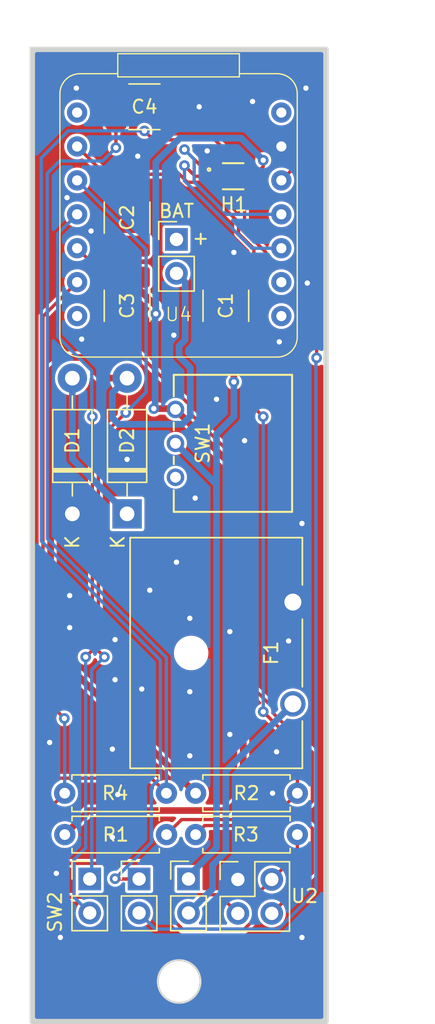
<source format=kicad_pcb>
(kicad_pcb (version 20221018) (generator pcbnew)
  (layers (0 "F.Cu" signal) (31 "B.Cu" signal) (34 "B.Paste" user) (35 "F.Paste" user) (36 "B.SilkS" user "B.Silkscreen") (37 "F.SilkS" user "F.Silkscreen") (38 "B.Mask" user) (39 "F.Mask" user) (44 "Edge.Cuts" user))
  (net 0 "")
  (net 1 "Net-(B4-+)")
  (net 2 "Net-(B4--)")
  (net 3 "Net-(D1-K)")
  (net 4 "Net-(HBridge1-VDD)")
  (net 5 "Net-(D1-A)")
  (net 6 "Net-(D2-A)")
  (net 7 "Net-(HBridge1-Out1)")
  (net 8 "Net-(HBridge1-Out2)")
  (net 9 "Net-(U4-D0)")
  (net 10 "Net-(U2-VDD)")
  (net 11 "Net-(U2-SDA)")
  (net 12 "Net-(U2-SCL)")
  (net 14 "unconnected-(U4-D1-Pad2)")
  (net 15 "unconnected-(U4-D2-Pad3)")
  (net 16 "Net-(U4-D6)")
  (net 17 "Net-(U4-D7)")
  (net 18 "unconnected-(U4-D8-Pad9)")
  (net 19 "Net-(HBridge1-In1)")
  (footprint "Diode_THT:D_DO-41_SOD81_P10.16mm_Horizontal" (layer "F.Cu") (at 117.6 107.88 90)
    (fp_text reference "D1" (at 5.48 0 90) (layer "F.SilkS"))
    (fp_text value "Rectifier Diode")
    (fp_text user "K" (at -2.12 0 90) (layer "F.SilkS"))
    (fp_line (start 1.34 0) (end 2.36 0) (stroke (width 0.12)) (layer "F.SilkS"))
    (fp_line (start 2.36 -1.47) (end 2.36 1.47) (stroke (width 0.12)) (layer "F.SilkS"))
    (fp_line (start 2.36 1.47) (end 7.8 1.47) (stroke (width 0.12)) (layer "F.SilkS"))
    (fp_line (start 3.14 -1.47) (end 3.14 1.47) (stroke (width 0.12)) (layer "F.SilkS"))
    (fp_line (start 3.26 -1.47) (end 3.26 1.47) (stroke (width 0.12)) (layer "F.SilkS"))
    (fp_line (start 3.38 -1.47) (end 3.38 1.47) (stroke (width 0.12)) (layer "F.SilkS"))
    (fp_line (start 7.8 -1.47) (end 2.36 -1.47) (stroke (width 0.12)) (layer "F.SilkS"))
    (fp_line (start 7.8 1.47) (end 7.8 -1.47) (stroke (width 0.12)) (layer "F.SilkS"))
    (fp_line (start 8.82 0) (end 7.8 0) (stroke (width 0.12)) (layer "F.SilkS"))
    (pad "1" thru_hole rect (at 0 0 90) (size 2.2 2.2) (drill 1.1) (layers "*.Cu" "*.Mask") (net 3 "Net-(D1-K)"))
    (pad "2" thru_hole oval (at 10.16 0 90) (size 2.2 2.2) (drill 1.1) (layers "*.Cu" "*.Mask") (net 5 "Net-(D1-A)"))
  )
  (footprint "Connector_PinHeader_2.54mm:PinHeader_1x02_P2.54mm_Vertical" (layer "F.Cu") (at 118.9 135.225)
    (fp_text reference "SW2" (at -2.6 2.475 90) (layer "F.SilkS"))
    (fp_text value "Limit Switch")
    (fp_line (start -1.33 -1.33) (end 0 -1.33) (stroke (width 0.12)) (layer "F.SilkS"))
    (fp_line (start -1.33 0) (end -1.33 -1.33) (stroke (width 0.12)) (layer "F.SilkS"))
    (fp_line (start -1.33 1.27) (end -1.33 3.87) (stroke (width 0.12)) (layer "F.SilkS"))
    (fp_line (start -1.33 1.27) (end 1.33 1.27) (stroke (width 0.12)) (layer "F.SilkS"))
    (fp_line (start -1.33 3.87) (end 1.33 3.87) (stroke (width 0.12)) (layer "F.SilkS"))
    (fp_line (start 1.33 1.27) (end 1.33 3.87) (stroke (width 0.12)) (layer "F.SilkS"))
    (pad "1" thru_hole rect (at 0 0) (size 1.7 1.7) (drill 1) (layers "*.Cu" "*.Mask") (net 14 "unconnected-(U4-D1-Pad2)"))
    (pad "2" thru_hole oval (at 0 2.54) (size 1.7 1.7) (drill 1) (layers "*.Cu" "*.Mask") (net 15 "unconnected-(U4-D2-Pad3)"))
  )
  (footprint "NanoFloat Pressure Sensor:DRV8220DRLR" (layer "F.Cu") (at 129.6491 82.600001)
    (fp_text reference "H1" (at 0.0509 2.099999 unlocked) (layer "F.SilkS"))
    (fp_text value "~")
    (fp_line (start -0.7747 0.9779) (end 0.7747 0.9779) (stroke (width 0.1524)) (layer "F.SilkS"))
    (fp_line (start 0.7747 -0.9779) (end -0.7747 -0.9779) (stroke (width 0.1524)) (layer "F.SilkS"))
    (fp_circle (center -1.8081 -0.5) (end -1.7065 -0.5) (stroke (width 0.1524)) (fill none) (layer "F.SilkS"))
    (pad "1" smd rect (at -0.8509 -0.499999) (size 0.8128 0.2286) (layers "F.Cu" "F.Paste" "F.Mask") (net 19 "Net-(HBridge1-In1)"))
    (pad "2" smd rect (at -0.8509 0) (size 0.8128 0.2286) (layers "F.Cu" "F.Paste" "F.Mask") (net 18 "unconnected-(U4-D8-Pad9)"))
    (pad "3" smd rect (at -0.8509 0.499999) (size 0.8128 0.2286) (layers "F.Cu" "F.Paste" "F.Mask") (net 3 "Net-(D1-K)"))
    (pad "4" smd rect (at 0.8509 0.499999) (size 0.8128 0.2286) (layers "F.Cu" "F.Paste" "F.Mask") (net 8 "Net-(HBridge1-Out2)"))
    (pad "5" smd rect (at 0.8509 0) (size 0.8128 0.2286) (layers "F.Cu" "F.Paste" "F.Mask") (net 4 "Net-(HBridge1-VDD)"))
    (pad "6" smd rect (at 0.8509 -0.499999) (size 0.8128 0.2286) (layers "F.Cu" "F.Paste" "F.Mask") (net 7 "Net-(HBridge1-Out1)"))
  )
  (footprint "Capacitor_SMD:C_1812_4532Metric_Pad1.57x3.40mm_HandSolder" (layer "F.Cu") (at 121.7 85.7 90)
    (fp_text reference "C2" (at 0 0 90) (layer "F.SilkS"))
    (fp_text value "C_Small")
    (fp_line (start -1.161252 -1.71) (end 1.161252 -1.71) (stroke (width 0.12)) (layer "F.SilkS"))
    (fp_line (start -1.161252 1.71) (end 1.161252 1.71) (stroke (width 0.12)) (layer "F.SilkS"))
    (pad "1" smd roundrect (at -2.1375 0 90) (size 1.575 3.4) (layers "F.Cu" "F.Paste" "F.Mask") (roundrect_rratio 0.1587301587) (net 4 "Net-(HBridge1-VDD)"))
    (pad "2" smd roundrect (at 2.1375 0 90) (size 1.575 3.4) (layers "F.Cu" "F.Paste" "F.Mask") (roundrect_rratio 0.1587301587) (net 3 "Net-(D1-K)"))
  )
  (footprint "Capacitor_SMD:C_1812_4532Metric_Pad1.57x3.40mm_HandSolder" (layer "F.Cu") (at 129.1 92.3 90)
    (fp_text reference "C1" (at 0 0 90) (layer "F.SilkS"))
    (fp_text value "C_Small")
    (fp_line (start -1.161252 -1.71) (end 1.161252 -1.71) (stroke (width 0.12)) (layer "F.SilkS"))
    (fp_line (start -1.161252 1.71) (end 1.161252 1.71) (stroke (width 0.12)) (layer "F.SilkS"))
    (pad "1" smd roundrect (at -2.1375 0 90) (size 1.575 3.4) (layers "F.Cu" "F.Paste" "F.Mask") (roundrect_rratio 0.1587301587) (net 1 "Net-(B4-+)"))
    (pad "2" smd roundrect (at 2.1375 0 90) (size 1.575 3.4) (layers "F.Cu" "F.Paste" "F.Mask") (roundrect_rratio 0.1587301587) (net 3 "Net-(D1-K)"))
  )
  (footprint "Button_Switch_THT:SW_09.10290.01_EAO" (layer "F.Cu") (at 125.3249 102.6 90)
    (fp_text reference "SW1" (at 0 2.04 90 unlocked) (layer "F.SilkS"))
    (fp_text value "SW")
    (fp_line (start -5.1308 -0.127) (end -5.1308 8.7376) (stroke (width 0.1524)) (layer "F.SilkS"))
    (fp_line (start -5.1308 8.7376) (end 5.1308 8.7376) (stroke (width 0.1524)) (layer "F.SilkS"))
    (fp_line (start -3.524986 -0.127) (end -5.1308 -0.127) (stroke (width 0.1524)) (layer "F.SilkS"))
    (fp_line (start -0.984986 -0.127) (end -1.555014 -0.127) (stroke (width 0.1524)) (layer "F.SilkS"))
    (fp_line (start 1.555014 -0.127) (end 0.984986 -0.127) (stroke (width 0.1524)) (layer "F.SilkS"))
    (fp_line (start 5.1308 -0.127) (end 3.524986 -0.127) (stroke (width 0.1524)) (layer "F.SilkS"))
    (fp_line (start 5.1308 8.7376) (end 5.1308 -0.127) (stroke (width 0.1524)) (layer "F.SilkS"))
    (pad "1" thru_hole circle (at 0 0 90) (size 1.3208 1.3208) (drill 0.8128) (layers "*.Cu" "*.Mask") (net 1 "Net-(B4-+)"))
    (pad "2" thru_hole circle (at 2.54 0 90) (size 1.3208 1.3208) (drill 0.8128) (layers "*.Cu" "*.Mask") (net 4 "Net-(HBridge1-VDD)"))
    (pad "3" thru_hole circle (at -2.54 0 90) (size 1.3208 1.3208) (drill 0.8128) (layers "*.Cu" "*.Mask"))
  )
  (footprint "Connector_PinHeader_2.54mm:PinHeader_2x02_P2.54mm_Vertical" (layer "F.Cu") (at 130 135.26)
    (fp_text reference "U2" (at 5 1.24) (layer "F.SilkS"))
    (fp_text value "MS583730BA01-50")
    (fp_line (start -1.33 -1.33) (end 0 -1.33) (stroke (width 0.12)) (layer "F.SilkS"))
    (fp_line (start -1.33 0) (end -1.33 -1.33) (stroke (width 0.12)) (layer "F.SilkS"))
    (fp_line (start -1.33 1.27) (end -1.33 3.87) (stroke (width 0.12)) (layer "F.SilkS"))
    (fp_line (start -1.33 1.27) (end 1.27 1.27) (stroke (width 0.12)) (layer "F.SilkS"))
    (fp_line (start -1.33 3.87) (end 3.87 3.87) (stroke (width 0.12)) (layer "F.SilkS"))
    (fp_line (start 1.27 -1.33) (end 3.87 -1.33) (stroke (width 0.12)) (layer "F.SilkS"))
    (fp_line (start 1.27 1.27) (end 1.27 -1.33) (stroke (width 0.12)) (layer "F.SilkS"))
    (fp_line (start 3.87 -1.33) (end 3.87 3.87) (stroke (width 0.12)) (layer "F.SilkS"))
    (pad "1" thru_hole rect (at 0 0) (size 1.7 1.7) (drill 1) (layers "*.Cu" "*.Mask") (net 3 "Net-(D1-K)"))
    (pad "2" thru_hole oval (at 2.54 0) (size 1.7 1.7) (drill 1) (layers "*.Cu" "*.Mask") (net 10 "Net-(U2-VDD)"))
    (pad "3" thru_hole oval (at 0 2.54) (size 1.7 1.7) (drill 1) (layers "*.Cu" "*.Mask") (net 12 "Net-(U2-SCL)"))
    (pad "4" thru_hole oval (at 2.54 2.54) (size 1.7 1.7) (drill 1) (layers "*.Cu" "*.Mask") (net 11 "Net-(U2-SDA)"))
  )
  (footprint "Connector_PinHeader_2.54mm:PinHeader_1x02_P2.54mm_Vertical" (layer "F.Cu") (at 126.3 135.225)
    (fp_text reference "B4" hide)
    (fp_text value "1.5V")
    (fp_line (start -1.33 -1.33) (end 0 -1.33) (stroke (width 0.12)) (layer "F.SilkS"))
    (fp_line (start -1.33 0) (end -1.33 -1.33) (stroke (width 0.12)) (layer "F.SilkS"))
    (fp_line (start -1.33 1.27) (end -1.33 3.87) (stroke (width 0.12)) (layer "F.SilkS"))
    (fp_line (start -1.33 1.27) (end 1.33 1.27) (stroke (width 0.12)) (layer "F.SilkS"))
    (fp_line (start -1.33 3.87) (end 1.33 3.87) (stroke (width 0.12)) (layer "F.SilkS"))
    (fp_line (start 1.33 1.27) (end 1.33 3.87) (stroke (width 0.12)) (layer "F.SilkS"))
    (pad "1" thru_hole rect (at 0 0) (size 1.7 1.7) (drill 1) (layers "*.Cu" "*.Mask") (net 1 "Net-(B4-+)"))
    (pad "2" thru_hole oval (at 0 2.54) (size 1.7 1.7) (drill 1) (layers "*.Cu" "*.Mask") (net 2 "Net-(B4--)"))
  )
  (footprint "Resistor_THT:R_Axial_DIN0207_L6.3mm_D2.5mm_P7.62mm_Horizontal" (layer "F.Cu") (at 117.0251 128.8)
    (fp_text reference "R4" (at 3.7749 0) (layer "F.SilkS"))
    (fp_text value "10kOhm")
    (fp_line (start 0.54 -1.37) (end 7.08 -1.37) (stroke (width 0.12)) (layer "F.SilkS"))
    (fp_line (start 0.54 -1.04) (end 0.54 -1.37) (stroke (width 0.12)) (layer "F.SilkS"))
    (fp_line (start 0.54 1.04) (end 0.54 1.37) (stroke (width 0.12)) (layer "F.SilkS"))
    (fp_line (start 0.54 1.37) (end 7.08 1.37) (stroke (width 0.12)) (layer "F.SilkS"))
    (fp_line (start 7.08 -1.37) (end 7.08 -1.04) (stroke (width 0.12)) (layer "F.SilkS"))
    (fp_line (start 7.08 1.37) (end 7.08 1.04) (stroke (width 0.12)) (layer "F.SilkS"))
    (pad "1" thru_hole circle (at 0 0) (size 1.6 1.6) (drill 0.8) (layers "*.Cu" "*.Mask") (net 12 "Net-(U2-SCL)"))
    (pad "2" thru_hole oval (at 7.62 0) (size 1.6 1.6) (drill 0.8) (layers "*.Cu" "*.Mask") (net 10 "Net-(U2-VDD)"))
  )
  (footprint "Capacitor_SMD:C_1812_4532Metric_Pad1.57x3.40mm_HandSolder" (layer "F.Cu") (at 123 77.4)
    (fp_text reference "C4" (at 0 0) (layer "F.SilkS"))
    (fp_text value "C_Small")
    (fp_line (start -1.161252 -1.71) (end 1.161252 -1.71) (stroke (width 0.12)) (layer "F.SilkS"))
    (fp_line (start -1.161252 1.71) (end 1.161252 1.71) (stroke (width 0.12)) (layer "F.SilkS"))
    (pad "1" smd roundrect (at -2.1375 0) (size 1.575 3.4) (layers "F.Cu" "F.Paste" "F.Mask") (roundrect_rratio 0.1587301587) (net 10 "Net-(U2-VDD)"))
    (pad "2" smd roundrect (at 2.1375 0) (size 1.575 3.4) (layers "F.Cu" "F.Paste" "F.Mask") (roundrect_rratio 0.1587301587) (net 3 "Net-(D1-K)"))
  )
  (footprint "MINI-Fuse-Holder-H:FUSE_01530007Z" (layer "F.Cu") (at 126.5 118.3 -90)
    (fp_text reference "F1" (at 0 -6 90) (layer "F.SilkS"))
    (fp_text value "2A Fuse")
    (fp_line (start -8.636 -8.3312) (end -8.636 4.572) (stroke (width 0.127)) (layer "F.SilkS"))
    (fp_line (start -8.636 4.572) (end 8.636 4.572) (stroke (width 0.127)) (layer "F.SilkS"))
    (fp_line (start -5.1 -8.3312) (end -8.636 -8.3312) (stroke (width 0.127)) (layer "F.SilkS"))
    (fp_line (start 2.53 -8.3312) (end -2.53 -8.3312) (stroke (width 0.127)) (layer "F.SilkS"))
    (fp_line (start 8.636 -8.3312) (end 5.1 -8.3312) (stroke (width 0.127)) (layer "F.SilkS"))
    (fp_line (start 8.636 4.572) (end 8.636 -8.3312) (stroke (width 0.127)) (layer "F.SilkS"))
    (pad "" np_thru_hole circle (at 0 0 270) (size 2.0828 2.0828) (drill 2.0828) (layers "*.Cu" "*.Mask"))
    (pad "1" thru_hole circle (at -3.81 -7.62 270) (size 1.905 1.905) (drill 1.27) (layers "*.Cu" "*.Mask") (net 3 "Net-(D1-K)"))
    (pad "2" thru_hole circle (at 3.81 -7.62 270) (size 1.905 1.905) (drill 1.27) (layers "*.Cu" "*.Mask") (net 2 "Net-(B4--)"))
  )
  (footprint "Resistor_THT:R_Axial_DIN0207_L6.3mm_D2.5mm_P7.62mm_Horizontal" (layer "F.Cu") (at 126.8351 128.8)
    (fp_text reference "R2" (at 3.81 0) (layer "F.SilkS"))
    (fp_text value "220kOhm")
    (fp_line (start 0.54 -1.37) (end 7.08 -1.37) (stroke (width 0.12)) (layer "F.SilkS"))
    (fp_line (start 0.54 -1.04) (end 0.54 -1.37) (stroke (width 0.12)) (layer "F.SilkS"))
    (fp_line (start 0.54 1.04) (end 0.54 1.37) (stroke (width 0.12)) (layer "F.SilkS"))
    (fp_line (start 0.54 1.37) (end 7.08 1.37) (stroke (width 0.12)) (layer "F.SilkS"))
    (fp_line (start 7.08 -1.37) (end 7.08 -1.04) (stroke (width 0.12)) (layer "F.SilkS"))
    (fp_line (start 7.08 1.37) (end 7.08 1.04) (stroke (width 0.12)) (layer "F.SilkS"))
    (pad "1" thru_hole circle (at 0 0) (size 1.6 1.6) (drill 0.8) (layers "*.Cu" "*.Mask") (net 6 "Net-(D2-A)"))
    (pad "2" thru_hole oval (at 7.62 0) (size 1.6 1.6) (drill 0.8) (layers "*.Cu" "*.Mask") (net 9 "Net-(U4-D0)"))
  )
  (footprint "Connector_PinHeader_2.54mm:PinHeader_1x02_P2.54mm_Vertical" (layer "F.Cu") (at 122.6 135.225)
    (fp_text reference "M1" hide)
    (fp_text value "Motor_DC")
    (fp_line (start -1.33 -1.33) (end 0 -1.33) (stroke (width 0.12)) (layer "F.SilkS"))
    (fp_line (start -1.33 0) (end -1.33 -1.33) (stroke (width 0.12)) (layer "F.SilkS"))
    (fp_line (start -1.33 1.27) (end -1.33 3.87) (stroke (width 0.12)) (layer "F.SilkS"))
    (fp_line (start -1.33 1.27) (end 1.33 1.27) (stroke (width 0.12)) (layer "F.SilkS"))
    (fp_line (start -1.33 3.87) (end 1.33 3.87) (stroke (width 0.12)) (layer "F.SilkS"))
    (fp_line (start 1.33 1.27) (end 1.33 3.87) (stroke (width 0.12)) (layer "F.SilkS"))
    (pad "1" thru_hole rect (at 0 0) (size 1.7 1.7) (drill 1) (layers "*.Cu" "*.Mask") (net 7 "Net-(HBridge1-Out1)"))
    (pad "2" thru_hole oval (at 0 2.54) (size 1.7 1.7) (drill 1) (layers "*.Cu" "*.Mask") (net 8 "Net-(HBridge1-Out2)"))
  )
  (footprint "Diode_THT:D_DO-41_SOD81_P10.16mm_Horizontal" (layer "F.Cu") (at 121.7 107.88 90)
    (fp_text reference "D2" (at 5.48 0 90) (layer "F.SilkS"))
    (fp_text value "Rectifier Diode")
    (fp_text user "K" (at -2.12 -0.7 90) (layer "F.SilkS"))
    (fp_line (start 1.34 0) (end 2.36 0) (stroke (width 0.12)) (layer "F.SilkS"))
    (fp_line (start 2.36 -1.47) (end 2.36 1.47) (stroke (width 0.12)) (layer "F.SilkS"))
    (fp_line (start 2.36 1.47) (end 7.8 1.47) (stroke (width 0.12)) (layer "F.SilkS"))
    (fp_line (start 3.14 -1.47) (end 3.14 1.47) (stroke (width 0.12)) (layer "F.SilkS"))
    (fp_line (start 3.26 -1.47) (end 3.26 1.47) (stroke (width 0.12)) (layer "F.SilkS"))
    (fp_line (start 3.38 -1.47) (end 3.38 1.47) (stroke (width 0.12)) (layer "F.SilkS"))
    (fp_line (start 7.8 -1.47) (end 2.36 -1.47) (stroke (width 0.12)) (layer "F.SilkS"))
    (fp_line (start 7.8 1.47) (end 7.8 -1.47) (stroke (width 0.12)) (layer "F.SilkS"))
    (fp_line (start 8.82 0) (end 7.8 0) (stroke (width 0.12)) (layer "F.SilkS"))
    (pad "1" thru_hole rect (at 0 0 90) (size 2.2 2.2) (drill 1.1) (layers "*.Cu" "*.Mask") (net 5 "Net-(D1-A)"))
    (pad "2" thru_hole oval (at 10.16 0 90) (size 2.2 2.2) (drill 1.1) (layers "*.Cu" "*.Mask") (net 6 "Net-(D2-A)"))
  )
  (footprint "Resistor_THT:R_Axial_DIN0207_L6.3mm_D2.5mm_P7.62mm_Horizontal" (layer "F.Cu") (at 117.0351 131.9)
    (fp_text reference "R1" (at 3.81 0) (layer "F.SilkS"))
    (fp_text value "220kOhm")
    (fp_line (start 0.54 -1.37) (end 7.08 -1.37) (stroke (width 0.12)) (layer "F.SilkS"))
    (fp_line (start 0.54 -1.04) (end 0.54 -1.37) (stroke (width 0.12)) (layer "F.SilkS"))
    (fp_line (start 0.54 1.04) (end 0.54 1.37) (stroke (width 0.12)) (layer "F.SilkS"))
    (fp_line (start 0.54 1.37) (end 7.08 1.37) (stroke (width 0.12)) (layer "F.SilkS"))
    (fp_line (start 7.08 -1.37) (end 7.08 -1.04) (stroke (width 0.12)) (layer "F.SilkS"))
    (fp_line (start 7.08 1.37) (end 7.08 1.04) (stroke (width 0.12)) (layer "F.SilkS"))
    (pad "1" thru_hole circle (at 0 0) (size 1.6 1.6) (drill 0.8) (layers "*.Cu" "*.Mask") (net 4 "Net-(HBridge1-VDD)"))
    (pad "2" thru_hole oval (at 7.62 0) (size 1.6 1.6) (drill 0.8) (layers "*.Cu" "*.Mask") (net 9 "Net-(U4-D0)"))
  )
  (footprint "XIAO_ESP32C3:XIAO_ESP32C3_THT" (layer "F.Cu") (at 125.5575 87.8704)
    (fp_text reference "U4" (at 0 5.08 unlocked) (layer "F.SilkS") (effects (font (thickness 0.1))))
    (fp_text value "XiaoESP32C3")
    (fp_line (start -8.89 6.77) (end -8.88934 -11.44934) (stroke (width 0.1)) (layer "F.SilkS"))
    (fp_line (start -7.38934 -12.94934) (end -4.56 -12.95) (stroke (width 0.1)) (layer "F.SilkS"))
    (fp_line (start 7.38934 8.26934) (end -7.39 8.27) (stroke (width 0.1)) (layer "F.SilkS"))
    (fp_line (start 7.39 -12.95) (end 4.56 -12.95) (stroke (width 0.1)) (layer "F.SilkS"))
    (fp_line (start 8.89 -11.45) (end 8.88934 6.76934) (stroke (width 0.1)) (layer "F.SilkS"))
    (fp_rect (start -4.555 -14.4454) (end 4.555 -12.71) (stroke (width 0.1)) (fill none) (layer "F.SilkS"))
    (fp_arc (start -8.88934 -11.44934) (mid -8.45 -12.51) (end -7.38934 -12.94934) (stroke (width 0.1)) (layer "F.SilkS"))
    (fp_arc (start -7.39 8.27) (mid -8.45066 7.83066) (end -8.89 6.77) (stroke (width 0.1)) (layer "F.SilkS"))
    (fp_arc (start 7.39 -12.95) (mid 8.45066 -12.51066) (end 8.89 -11.45) (stroke (width 0.1)) (layer "F.SilkS"))
    (fp_arc (start 8.88934 6.76934) (mid 8.45 7.83) (end 7.38934 8.26934) (stroke (width 0.1)) (layer "F.SilkS"))
    (pad "0" thru_hole circle (at -7.6 -10.04) (size 1.524 1.524) (drill 0.762) (layers "*.Cu" "*.Mask"))
    (pad "1" thru_hole circle (at -7.6 -7.5) (size 1.524 1.524) (drill 0.762) (layers "*.Cu" "*.Mask") (net 9 "Net-(U4-D0)"))
    (pad "2" thru_hole circle (at -7.6 -4.96) (size 1.524 1.524) (drill 0.762) (layers "*.Cu" "*.Mask") (net 14 "unconnected-(U4-D1-Pad2)"))
    (pad "3" thru_hole circle (at -7.6 -2.42) (size 1.524 1.524) (drill 0.762) (layers "*.Cu" "*.Mask") (net 15 "unconnected-(U4-D2-Pad3)"))
    (pad "3V3" thru_hole circle (at 7.7 -4.96) (size 1.524 1.524) (drill 0.762) (layers "*.Cu" "*.Mask") (net 10 "Net-(U2-VDD)"))
    (pad "4" thru_hole circle (at -7.6 0.12) (size 1.524 1.524) (drill 0.762) (layers "*.Cu" "*.Mask") (net 11 "Net-(U2-SDA)"))
    (pad "5" thru_hole circle (at -7.6 2.66) (size 1.524 1.524) (drill 0.762) (layers "*.Cu" "*.Mask") (net 12 "Net-(U2-SCL)"))
    (pad "5V" thru_hole circle (at 7.7 -10.04) (size 1.524 1.524) (drill 0.762) (layers "*.Cu" "*.Mask"))
    (pad "6" thru_hole circle (at -7.6 5.2) (size 1.524 1.524) (drill 0.762) (layers "*.Cu" "*.Mask"))
    (pad "7" thru_hole circle (at 7.7 5.2) (size 1.524 1.524) (drill 0.762) (layers "*.Cu" "*.Mask") (net 16 "Net-(U4-D6)"))
    (pad "8" thru_hole circle (at 7.7 2.66) (size 1.524 1.524) (drill 0.762) (layers "*.Cu" "*.Mask") (net 17 "Net-(U4-D7)"))
    (pad "9" thru_hole circle (at 7.7 0.12) (size 1.524 1.524) (drill 0.762) (layers "*.Cu" "*.Mask") (net 18 "unconnected-(U4-D8-Pad9)"))
    (pad "10" thru_hole circle (at 7.7 -2.42) (size 1.524 1.524) (drill 0.762) (layers "*.Cu" "*.Mask") (net 19 "Net-(HBridge1-In1)"))
    (pad "GND" thru_hole circle (at 7.7 -7.5) (size 1.524 1.524) (drill 0.762) (layers "*.Cu" "*.Mask") (net 3 "Net-(D1-K)"))
  )
  (footprint "Resistor_THT:R_Axial_DIN0207_L6.3mm_D2.5mm_P7.62mm_Horizontal" (layer "F.Cu") (at 134.4551 131.9 180)
    (fp_text reference "R3" (at 3.8551 0) (layer "F.SilkS"))
    (fp_text value "10kOhm")
    (fp_line (start 0.54 -1.37) (end 7.08 -1.37) (stroke (width 0.12)) (layer "F.SilkS"))
    (fp_line (start 0.54 -1.04) (end 0.54 -1.37) (stroke (width 0.12)) (layer "F.SilkS"))
    (fp_line (start 0.54 1.04) (end 0.54 1.37) (stroke (width 0.12)) (layer "F.SilkS"))
    (fp_line (start 0.54 1.37) (end 7.08 1.37) (stroke (width 0.12)) (layer "F.SilkS"))
    (fp_line (start 7.08 -1.37) (end 7.08 -1.04) (stroke (width 0.12)) (layer "F.SilkS"))
    (fp_line (start 7.08 1.37) (end 7.08 1.04) (stroke (width 0.12)) (layer "F.SilkS"))
    (pad "1" thru_hole circle (at 0 0 180) (size 1.6 1.6) (drill 0.8) (layers "*.Cu" "*.Mask") (net 10 "Net-(U2-VDD)"))
    (pad "2" thru_hole oval (at 7.62 0 180) (size 1.6 1.6) (drill 0.8) (layers "*.Cu" "*.Mask") (net 11 "Net-(U2-SDA)"))
  )
  (footprint "Connector_PinHeader_2.54mm:PinHeader_1x02_P2.54mm_Vertical" (layer "F.Cu") (at 125.4 87.33)
    (fp_text reference "BAT" (at 0 -2.13) (layer "F.SilkS"))
    (fp_text value "PinHeader_1x02_P2.54mm_Vertical")
    (fp_line (start -1.33 -1.33) (end 0 -1.33) (stroke (width 0.12)) (layer "F.SilkS"))
    (fp_line (start -1.33 0) (end -1.33 -1.33) (stroke (width 0.12)) (layer "F.SilkS"))
    (fp_line (start -1.33 1.27) (end -1.33 3.87) (stroke (width 0.12)) (layer "F.SilkS"))
    (fp_line (start -1.33 1.27) (end 1.33 1.27) (stroke (width 0.12)) (layer "F.SilkS"))
    (fp_line (start -1.33 3.87) (end 1.33 3.87) (stroke (width 0.12)) (layer "F.SilkS"))
    (fp_line (start 1.33 1.27) (end 1.33 3.87) (stroke (width 0.12)) (layer "F.SilkS"))
    (pad "1" thru_hole rect (at 0 0) (size 1.7 1.7) (drill 1) (layers "*.Cu" "*.Mask"))
    (pad "2" thru_hole oval (at 0 2.54) (size 1.7 1.7) (drill 1) (layers "*.Cu" "*.Mask") (net 6 "Net-(D2-A)"))
  )
  (footprint "Capacitor_SMD:C_1812_4532Metric_Pad1.57x3.40mm_HandSolder" (layer "F.Cu") (at 121.7 92.3 90)
    (fp_text reference "C3" (at 0 0 90) (layer "F.SilkS"))
    (fp_text value "C_Small")
    (fp_line (start -1.161252 -1.71) (end 1.161252 -1.71) (stroke (width 0.12)) (layer "F.SilkS"))
    (fp_line (start -1.161252 1.71) (end 1.161252 1.71) (stroke (width 0.12)) (layer "F.SilkS"))
    (pad "1" smd roundrect (at -2.1375 0 90) (size 1.575 3.4) (layers "F.Cu" "F.Paste" "F.Mask") (roundrect_rratio 0.1587301587) (net 3 "Net-(D1-K)"))
    (pad "2" smd roundrect (at 2.1375 0 90) (size 1.575 3.4) (layers "F.Cu" "F.Paste" "F.Mask") (roundrect_rratio 0.1587301587) (net 4 "Net-(HBridge1-VDD)"))
  )
  (gr_rect (start 114.6 73.1) (end 136.6 145.9) (stroke (width 0.4)) (fill none) (layer "Edge.Cuts"))
  (gr_circle (center 125.6 142.9) (end 127.2 142.9) (stroke (width 0.15)) (fill none) (layer "Edge.Cuts"))
  (gr_text "+" (at 126.5 87.8) (layer "F.SilkS") (effects (font (size 1 1)) (justify left bottom)))
  (segment (start 129.7 98) (end 129.7 94.4375) (width 0.5) (layer "F.Cu") (net 1))
  (via (at 129.7 98) (size 0.8) (drill 0.4) (layers "F.Cu" "B.Cu") (net 1))
  (segment (start 126.3 135.225) (end 126.3 135) (width 0.5) (layer "B.Cu") (net 1))
  (segment (start 128.4 132.9) (end 128.4 106.1) (width 0.5) (layer "B.Cu") (net 1))
  (segment (start 128.4 106.1) (end 128.4 105.6751) (width 0.5) (layer "B.Cu") (net 1))
  (segment (start 128.4 101.9) (end 128.4 106.1) (width 0.5) (layer "B.Cu") (net 1))
  (segment (start 126.3 135) (end 128.4 132.9) (width 0.5) (layer "B.Cu") (net 1))
  (segment (start 129.7 98) (end 129.7 100.6) (width 0.5) (layer "B.Cu") (net 1))
  (segment (start 128.4 105.6751) (end 125.3249 102.6) (width 0.5) (layer "B.Cu") (net 1))
  (segment (start 129.7 100.6) (end 128.4 101.9) (width 0.5) (layer "B.Cu") (net 1))
  (segment (start 126.3 137.765) (end 128.1 135.965) (width 0.5) (layer "B.Cu") (net 2))
  (segment (start 129.1 133.189949) (end 129.1 127.13) (width 0.5) (layer "B.Cu") (net 2))
  (segment (start 129.1 127.13) (end 134.12 122.11) (width 0.5) (layer "B.Cu") (net 2))
  (segment (start 128.1 134.18995) (end 129.1 133.189949) (width 0.5) (layer "B.Cu") (net 2))
  (segment (start 128.1 135.965) (end 128.1 134.18995) (width 0.5) (layer "B.Cu") (net 2))
  (via (at 123.4 113.6) (size 0.8) (drill 0.4) (layers "F.Cu" "B.Cu") (net 3))
  (via (at 116.4 134.8) (size 0.8) (drill 0.4) (layers "F.Cu" "B.Cu") (net 3))
  (via (at 120.8 120.3) (size 0.8) (drill 0.4) (layers "F.Cu" "B.Cu") (net 3))
  (via (at 118.3 94.8) (size 0.8) (drill 0.4) (layers "F.Cu" "B.Cu") (net 3))
  (via (at 115.9 125) (size 0.8) (drill 0.4) (layers "F.Cu" "B.Cu") (net 3))
  (via (at 131.1 77) (size 0.8) (drill 0.4) (layers "F.Cu" "B.Cu") (net 3))
  (via (at 117.4 114) (size 0.8) (drill 0.4) (layers "F.Cu" "B.Cu") (net 3))
  (via (at 126.4 121.2) (size 0.8) (drill 0.4) (layers "F.Cu" "B.Cu") (net 3))
  (via (at 117.4 116.4) (size 0.8) (drill 0.4) (layers "F.Cu" "B.Cu") (net 3))
  (via (at 119 86.7) (size 0.8) (drill 0.4) (layers "F.Cu" "B.Cu") (net 3))
  (via (at 135.2 90.6) (size 0.8) (drill 0.4) (layers "F.Cu" "B.Cu") (net 3))
  (via (at 132.6 128.8) (size 0.8) (drill 0.4) (layers "F.Cu" "B.Cu") (net 3))
  (via (at 128.4 99.3) (size 0.8) (drill 0.4) (layers "F.Cu" "B.Cu") (net 3))
  (via (at 130.5 102.4) (size 0.8) (drill 0.4) (layers "F.Cu" "B.Cu") (net 3))
  (via (at 126.4 115.7) (size 0.8) (drill 0.4) (layers "F.Cu" "B.Cu") (net 3))
  (via (at 126.8 106.7) (size 0.8) (drill 0.4) (layers "F.Cu" "B.Cu") (net 3))
  (via (at 127.1 77.4) (size 0.8) (drill 0.4) (layers "F.Cu" "B.Cu") (net 3))
  (via (at 117.9 76) (size 0.8) (drill 0.4) (layers "F.Cu" "B.Cu") (net 3))
  (via (at 125.2 94.5) (size 0.8) (drill 0.4) (layers "F.Cu" "B.Cu") (net 3))
  (via (at 132.9 125.7) (size 0.8) (drill 0.4) (layers "F.Cu" "B.Cu") (net 3))
  (via (at 117.2 84.2) (size 0.8) (drill 0.4) (layers "F.Cu" "B.Cu") (net 3))
  (via (at 129.4 124.4) (size 0.8) (drill 0.4) (layers "F.Cu" "B.Cu") (net 3))
  (via (at 121.7 103.8) (size 0.8) (drill 0.4) (layers "F.Cu" "B.Cu") (net 3))
  (via (at 120.6 132.1) (size 0.8) (drill 0.4) (layers "F.Cu" "B.Cu") (net 3))
  (via (at 120.6 125.5) (size 0.8) (drill 0.4) (layers "F.Cu" "B.Cu") (net 3))
  (via (at 135.1 76) (size 0.8) (drill 0.4) (layers "F.Cu" "B.Cu") (net 3))
  (via (at 122.5 81.1) (size 0.8) (drill 0.4) (layers "F.Cu" "B.Cu") (net 3))
  (via (at 127.7 80.7) (size 0.8) (drill 0.4) (layers "F.Cu" "B.Cu") (net 3))
  (via (at 134.8 108.6) (size 0.8) (drill 0.4) (layers "F.Cu" "B.Cu") (net 3))
  (via (at 133.8 117.4) (size 0.8) (drill 0.4) (layers "F.Cu" "B.Cu") (net 3))
  (via (at 122.8 121) (size 0.8) (drill 0.4) (layers "F.Cu" "B.Cu") (net 3))
  (via (at 129.4 116.7) (size 0.8) (drill 0.4) (layers "F.Cu" "B.Cu") (net 3))
  (via (at 126.4 126) (size 0.8) (drill 0.4) (layers "F.Cu" "B.Cu") (net 3))
  (via (at 120.8 117.3) (size 0.8) (drill 0.4) (layers "F.Cu" "B.Cu") (net 3))
  (via (at 116.7 139.6) (size 0.8) (drill 0.4) (layers "F.Cu" "B.Cu") (net 3))
  (via (at 121 128.9) (size 0.8) (drill 0.4) (layers "F.Cu" "B.Cu") (net 3))
  (via (at 134.8 139.6) (size 0.8) (drill 0.4) (layers "F.Cu" "B.Cu") (net 3))
  (via (at 125.4 111.5) (size 0.8) (drill 0.4) (layers "F.Cu" "B.Cu") (net 3))
  (via (at 133.1 95) (size 0.8) (drill 0.4) (layers "F.Cu" "B.Cu") (net 3))
  (via (at 129.7 88.3) (size 0.8) (drill 0.4) (layers "F.Cu" "B.Cu") (net 3))
  (segment (start 130.4 128.973372) (end 130.4 105.1351) (width 0.5) (layer "F.Cu") (net 4))
  (segment (start 118.8351 130.1) (end 129.273372 130.1) (width 0.5) (layer "F.Cu") (net 4))
  (segment (start 121.7 87.8375) (end 121.7 90.1625) (width 0.5) (layer "F.Cu") (net 4))
  (segment (start 131.9 81.4) (end 131.9 81.870702) (width 0.25) (layer "F.Cu") (net 4))
  (segment (start 125.2649 100) (end 125.3249 100.06) (width 0.5) (layer "F.Cu") (net 4))
  (segment (start 123.85 92.3125) (end 121.7 90.1625) (width 0.5) (layer "F.Cu") (net 4))
  (segment (start 130.4 105.1351) (end 125.3249 100.06) (width 0.5) (layer "F.Cu") (net 4))
  (segment (start 129.273372 130.1) (end 130.4 128.973372) (width 0.5) (layer "F.Cu") (net 4))
  (segment (start 123.7 100) (end 125.2649 100) (width 0.5) (layer "F.Cu") (net 4))
  (segment (start 123.85 92.9) (end 123.85 92.3125) (width 0.5) (layer "F.Cu") (net 4))
  (segment (start 117.0351 131.9) (end 118.8351 130.1) (width 0.5) (layer "F.Cu") (net 4))
  (segment (start 131.170701 82.600001) (end 130.5 82.600001) (width 0.25) (layer "F.Cu") (net 4))
  (segment (start 131.9 81.870702) (end 131.170701 82.600001) (width 0.25) (layer "F.Cu") (net 4))
  (via (at 123.85 92.9) (size 0.8) (drill 0.4) (layers "F.Cu" "B.Cu") (net 4))
  (via (at 123.7 100) (size 0.8) (drill 0.4) (layers "F.Cu" "B.Cu") (net 4))
  (via (at 131.9 81.4) (size 0.8) (drill 0.4) (layers "F.Cu" "B.Cu") (net 4))
  (segment (start 123.85 92.9) (end 123.85 81.547918) (width 0.5) (layer "B.Cu") (net 4))
  (segment (start 123.85 81.547918) (end 125.647918 79.75) (width 0.5) (layer "B.Cu") (net 4))
  (segment (start 123.8 99.9) (end 123.7 100) (width 0.5) (layer "B.Cu") (net 4))
  (segment (start 123.85 92.9) (end 123.8 92.95) (width 0.5) (layer "B.Cu") (net 4))
  (segment (start 123.8 92.95) (end 123.8 99.9) (width 0.5) (layer "B.Cu") (net 4))
  (segment (start 125.647918 79.75) (end 130.25 79.75) (width 0.5) (layer "B.Cu") (net 4))
  (segment (start 130.25 79.75) (end 131.9 81.4) (width 0.5) (layer "B.Cu") (net 4))
  (segment (start 117.6 103.78) (end 117.6 97.72) (width 0.5) (layer "B.Cu") (net 5))
  (segment (start 121.7 107.88) (end 117.6 103.78) (width 0.5) (layer "B.Cu") (net 5))
  (segment (start 121.7 97.72) (end 119.792032 97.72) (width 0.5) (layer "F.Cu") (net 6))
  (segment (start 115.975 97.152968) (end 115.975 117.9399) (width 0.5) (layer "F.Cu") (net 6))
  (segment (start 119.78 97.707968) (end 118.242032 96.17) (width 0.5) (layer "F.Cu") (net 6))
  (segment (start 119.792032 97.72) (end 119.78 97.707968) (width 0.5) (layer "F.Cu") (net 6))
  (segment (start 116.957968 96.17) (end 115.975 97.152968) (width 0.5) (layer "F.Cu") (net 6))
  (segment (start 118.242032 96.17) (end 116.957968 96.17) (width 0.5) (layer "F.Cu") (net 6))
  (segment (start 115.975 117.9399) (end 126.8351 128.8) (width 0.5) (layer "F.Cu") (net 6))
  (segment (start 121.0704 101.1704) (end 125.8296 101.1704) (width 0.5) (layer "B.Cu") (net 6))
  (segment (start 120.600001 100.700001) (end 121.0704 101.1704) (width 0.5) (layer "B.Cu") (net 6))
  (segment (start 126.05 90.52) (end 125.4 89.87) (width 0.5) (layer "B.Cu") (net 6))
  (segment (start 126.4353 96.9353) (end 125.6 96.1) (width 0.5) (layer "B.Cu") (net 6))
  (segment (start 125.6 95.302082) (end 126.05 94.852082) (width 0.5) (layer "B.Cu") (net 6))
  (segment (start 120.600001 98.819999) (end 120.600001 100.700001) (width 0.5) (layer "B.Cu") (net 6))
  (segment (start 125.8296 101.1704) (end 126.4353 100.5647) (width 0.5) (layer "B.Cu") (net 6))
  (segment (start 126.4353 100.5647) (end 126.4353 96.9353) (width 0.5) (layer "B.Cu") (net 6))
  (segment (start 126.05 94.852082) (end 126.05 90.52) (width 0.5) (layer "B.Cu") (net 6))
  (segment (start 121.7 97.72) (end 120.600001 98.819999) (width 0.5) (layer "B.Cu") (net 6))
  (segment (start 125.6 96.1) (end 125.6 95.302082) (width 0.5) (layer "B.Cu") (net 6))
  (segment (start 123.675 79.875) (end 128.274998 79.875) (width 0.25) (layer "F.Cu") (net 7))
  (segment (start 122.6 135.225) (end 120.825 135.225) (width 0.25) (layer "F.Cu") (net 7))
  (segment (start 128.274998 79.875) (end 130.5 82.100002) (width 0.25) (layer "F.Cu") (net 7))
  (segment (start 123 79.2) (end 123.675 79.875) (width 0.25) (layer "F.Cu") (net 7))
  (segment (start 120.825 135.225) (end 120.8 135.2) (width 0.25) (layer "F.Cu") (net 7))
  (via (at 120.8 135.2) (size 0.8) (drill 0.4) (layers "F.Cu" "B.Cu") (net 7))
  (via (at 123 79.2) (size 0.8) (drill 0.4) (layers "F.Cu" "B.Cu") (net 7))
  (segment (start 124.1951 127.675) (end 124.1951 118.831496) (width 0.25) (layer "B.Cu") (net 7))
  (segment (start 115.275 81.225) (end 117.3 79.2) (width 0.25) (layer "B.Cu") (net 7))
  (segment (start 123.582055 132.417945) (end 123.5201 132.35599) (width 0.25) (layer "B.Cu") (net 7))
  (segment (start 124.179109 127.675) (end 124.1951 127.675) (width 0.25) (layer "B.Cu") (net 7))
  (segment (start 124.1951 118.831496) (end 115.275 109.911396) (width 0.25) (layer "B.Cu") (net 7))
  (segment (start 115.275 109.911396) (end 115.275 81.225) (width 0.25) (layer "B.Cu") (net 7))
  (segment (start 117.3 79.2) (end 123 79.2) (width 0.25) (layer "B.Cu") (net 7))
  (segment (start 123.5201 132.35599) (end 123.5201 128.334009) (width 0.25) (layer "B.Cu") (net 7))
  (segment (start 123.5201 128.334009) (end 124.179109 127.675) (width 0.25) (layer "B.Cu") (net 7))
  (segment (start 120.8 135.2) (end 123.582055 132.417945) (width 0.25) (layer "B.Cu") (net 7))
  (segment (start 132.1 90.95) (end 132.1 88.3) (width 0.25) (layer "F.Cu") (net 8))
  (segment (start 135.9 94.175649) (end 133.341751 91.6174) (width 0.25) (layer "F.Cu") (net 8))
  (segment (start 133.341751 91.6174) (end 132.7674 91.6174) (width 0.25) (layer "F.Cu") (net 8))
  (segment (start 130.5 83.1) (end 130.5 86.7) (width 0.25) (layer "F.Cu") (net 8))
  (segment (start 130.5 86.7) (end 132.1 88.3) (width 0.25) (layer "F.Cu") (net 8))
  (segment (start 132.7674 91.6174) (end 132.1 90.95) (width 0.25) (layer "F.Cu") (net 8))
  (segment (start 135.9 96.2) (end 135.9 94.175649) (width 0.25) (layer "F.Cu") (net 8))
  (via (at 135.9 96.2) (size 0.8) (drill 0.4) (layers "F.Cu" "B.Cu") (net 8))
  (segment (start 123.81 138.975) (end 133.026701 138.975) (width 0.25) (layer "B.Cu") (net 8))
  (segment (start 122.6 137.765) (end 123.81 138.975) (width 0.25) (layer "B.Cu") (net 8))
  (segment (start 133.026701 138.975) (end 135.8475 136.154201) (width 0.25) (layer "B.Cu") (net 8))
  (segment (start 135.8475 96.2525) (end 135.9 96.2) (width 0.25) (layer "B.Cu") (net 8))
  (segment (start 135.8475 136.154201) (end 135.8475 96.2525) (width 0.25) (layer "B.Cu") (net 8))
  (segment (start 134.4551 128.8) (end 132.4801 130.775) (width 0.25) (layer "F.Cu") (net 9))
  (segment (start 134.4551 125.2551) (end 131.9 122.7) (width 0.25) (layer "F.Cu") (net 9))
  (segment (start 134.4551 128.8) (end 134.4551 125.2551) (width 0.25) (layer "F.Cu") (net 9))
  (segment (start 127.050001 83.050001) (end 130.05 86.05) (width 0.25) (layer "F.Cu") (net 9))
  (segment (start 120.0371 82.45) (end 125.624695 82.45) (width 0.25) (layer "F.Cu") (net 9))
  (segment (start 130.05 86.05) (end 130.05 86.886396) (width 0.25) (layer "F.Cu") (net 9))
  (segment (start 130.05 86.886396) (end 131.2 88.036396) (width 0.25) (layer "F.Cu") (net 9))
  (segment (start 132.4801 130.775) (end 125.7801 130.775) (width 0.25) (layer "F.Cu") (net 9))
  (segment (start 125.624695 82.45) (end 126.224696 83.050001) (width 0.25) (layer "F.Cu") (net 9))
  (segment (start 131.2 99.9) (end 131.9 100.6) (width 0.25) (layer "F.Cu") (net 9))
  (segment (start 117.9575 80.3704) (end 120.0371 82.45) (width 0.25) (layer "F.Cu") (net 9))
  (segment (start 131.2 88.036396) (end 131.2 99.9) (width 0.25) (layer "F.Cu") (net 9))
  (segment (start 126.224696 83.050001) (end 127.050001 83.050001) (width 0.25) (layer "F.Cu") (net 9))
  (segment (start 125.7801 130.775) (end 124.6551 131.9) (width 0.25) (layer "F.Cu") (net 9))
  (via (at 131.9 122.7) (size 0.8) (drill 0.4) (layers "F.Cu" "B.Cu") (net 9))
  (via (at 131.9 100.6) (size 0.8) (drill 0.4) (layers "F.Cu" "B.Cu") (net 9))
  (segment (start 131.9 100.6) (end 131.9 122.7) (width 0.25) (layer "B.Cu") (net 9))
  (segment (start 123.5201 127.675) (end 116.559109 127.675) (width 0.25) (layer "F.Cu") (net 10))
  (segment (start 133.2575 82.9104) (end 134.3445 81.8234) (width 0.25) (layer "F.Cu") (net 10))
  (segment (start 116.559109 127.675) (end 115.45 128.784109) (width 0.25) (layer "F.Cu") (net 10))
  (segment (start 130.49 138.975) (end 131.365 138.1) (width 0.25) (layer "F.Cu") (net 10))
  (segment (start 120.8625 80.4625) (end 120.8625 77.4) (width 0.25) (layer "F.Cu") (net 10))
  (segment (start 134.3445 77.380149) (end 132.264351 75.3) (width 0.25) (layer "F.Cu") (net 10))
  (segment (start 115.45 135.15) (end 116.89 136.59) (width 0.25) (layer "F.Cu") (net 10))
  (segment (start 124.6451 128.8) (end 123.5201 127.675) (width 0.25) (layer "F.Cu") (net 10))
  (segment (start 115.45 128.784109) (end 115.45 135.15) (width 0.25) (layer "F.Cu") (net 10))
  (segment (start 116.89 136.59) (end 123.463299 136.59) (width 0.25) (layer "F.Cu") (net 10))
  (segment (start 134.3445 81.8234) (end 134.3445 77.380149) (width 0.25) (layer "F.Cu") (net 10))
  (segment (start 122.9625 75.3) (end 120.8625 77.4) (width 0.25) (layer "F.Cu") (net 10))
  (segment (start 125.848299 138.975) (end 130.49 138.975) (width 0.25) (layer "F.Cu") (net 10))
  (segment (start 134.4551 133.3449) (end 134.4551 131.9) (width 0.25) (layer "F.Cu") (net 10))
  (segment (start 131.365 138.1) (end 131.365 136.435) (width 0.25) (layer "F.Cu") (net 10))
  (segment (start 123.463299 136.59) (end 125.848299 138.975) (width 0.25) (layer "F.Cu") (net 10))
  (segment (start 132.54 135.26) (end 134.4551 133.3449) (width 0.25) (layer "F.Cu") (net 10))
  (segment (start 131.365 136.435) (end 132.54 135.26) (width 0.25) (layer "F.Cu") (net 10))
  (segment (start 132.264351 75.3) (end 122.9625 75.3) (width 0.25) (layer "F.Cu") (net 10))
  (via (at 120.8625 80.4625) (size 0.8) (drill 0.4) (layers "F.Cu" "B.Cu") (net 10))
  (segment (start 115.725 109.725) (end 115.725 82.375) (width 0.25) (layer "B.Cu") (net 10))
  (segment (start 115.725 82.375) (end 116.6426 81.4574) (width 0.25) (layer "B.Cu") (net 10))
  (segment (start 124.6451 128.8) (end 124.6451 118.6451) (width 0.25) (layer "B.Cu") (net 10))
  (segment (start 119.8676 81.4574) (end 120.8625 80.4625) (width 0.25) (layer "B.Cu") (net 10))
  (segment (start 124.6451 118.6451) (end 115.725 109.725) (width 0.25) (layer "B.Cu") (net 10))
  (segment (start 116.6426 81.4574) (end 119.8676 81.4574) (width 0.25) (layer "B.Cu") (net 10))
  (segment (start 119.3 95.2) (end 119.3 89.3329) (width 0.25) (layer "F.Cu") (net 11))
  (segment (start 130.975 120.749695) (end 130.975 104.896927) (width 0.25) (layer "F.Cu") (net 11))
  (segment (start 133.989109 130.775) (end 134.225 130.775) (width 0.25) (layer "F.Cu") (net 11))
  (segment (start 132.625 122.399695) (end 130.975 120.749695) (width 0.25) (layer "F.Cu") (net 11))
  (segment (start 133.989109 130.775) (end 134.921091 130.775) (width 0.25) (layer "F.Cu") (net 11))
  (segment (start 122.558467 95.9) (end 120 95.9) (width 0.25) (layer "F.Cu") (net 11))
  (segment (start 134.225 130.775) (end 135.5801 129.4199) (width 0.25) (layer "F.Cu") (net 11))
  (segment (start 135.5801 131.434009) (end 135.5801 134.7599) (width 0.25) (layer "F.Cu") (net 11))
  (segment (start 120 95.9) (end 119.3 95.2) (width 0.25) (layer "F.Cu") (net 11))
  (segment (start 135.5801 134.7599) (end 132.54 137.8) (width 0.25) (layer "F.Cu") (net 11))
  (segment (start 127.5101 131.225) (end 133.539109 131.225) (width 0.25) (layer "F.Cu") (net 11))
  (segment (start 134.921091 130.775) (end 135.5801 131.434009) (width 0.25) (layer "F.Cu") (net 11))
  (segment (start 126.8351 131.9) (end 127.5101 131.225) (width 0.25) (layer "F.Cu") (net 11))
  (segment (start 135.5801 129.4199) (end 135.5801 125.743704) (width 0.25) (layer "F.Cu") (net 11))
  (segment (start 119.3 89.3329) (end 117.9575 87.9904) (width 0.25) (layer "F.Cu") (net 11))
  (segment (start 133.539109 131.225) (end 133.989109 130.775) (width 0.25) (layer "F.Cu") (net 11))
  (segment (start 130.975 104.896927) (end 126.3103 100.232228) (width 0.25) (layer "F.Cu") (net 11))
  (segment (start 132.625 122.788604) (end 132.625 122.399695) (width 0.25) (layer "F.Cu") (net 11))
  (segment (start 135.5801 125.743704) (end 132.625 122.788604) (width 0.25) (layer "F.Cu") (net 11))
  (segment (start 126.3103 99.651833) (end 122.558467 95.9) (width 0.25) (layer "F.Cu") (net 11))
  (segment (start 126.3103 100.232228) (end 126.3103 99.651833) (width 0.25) (layer "F.Cu") (net 11))
  (segment (start 124.5 135.7) (end 124.5 134.6) (width 0.25) (layer "F.Cu") (net 12))
  (segment (start 116.95 134.05) (end 115.9 133) (width 0.25) (layer "F.Cu") (net 12))
  (segment (start 115.4 93.0879) (end 117.9575 90.5304) (width 0.25) (layer "F.Cu") (net 12))
  (segment (start 123.95 134.05) (end 116.95 134.05) (width 0.25) (layer "F.Cu") (net 12))
  (segment (start 125.2 136.4) (end 124.5 135.7) (width 0.25) (layer "F.Cu") (net 12))
  (segment (start 128.6 136.4) (end 125.2 136.4) (width 0.25) (layer "F.Cu") (net 12))
  (segment (start 115.9 129.9251) (end 117.0251 128.8) (width 0.25) (layer "F.Cu") (net 12))
  (segment (start 130 137.8) (end 128.6 136.4) (width 0.25) (layer "F.Cu") (net 12))
  (segment (start 117 123.2) (end 115.4 121.6) (width 0.25) (layer "F.Cu") (net 12))
  (segment (start 115.4 121.6) (end 115.4 93.0879) (width 0.25) (layer "F.Cu") (net 12))
  (segment (start 124.5 134.6) (end 123.95 134.05) (width 0.25) (layer "F.Cu") (net 12))
  (segment (start 115.9 133) (end 115.9 129.9251) (width 0.25) (layer "F.Cu") (net 12))
  (via (at 117 123.2) (size 0.8) (drill 0.4) (layers "F.Cu" "B.Cu") (net 12))
  (segment (start 117 123.2) (end 117.0251 123.2251) (width 0.25) (layer "B.Cu") (net 12))
  (segment (start 117.0251 123.2251) (end 117.0251 128.8) (width 0.25) (layer "B.Cu") (net 12))
  (segment (start 121.6 100.3) (end 119.55 102.35) (width 0.25) (layer "F.Cu") (net 14))
  (segment (start 119.55 118.15) (end 120 118.6) (width 0.25) (layer "F.Cu") (net 14))
  (segment (start 119.55 118.1) (end 119.55 118.15) (width 0.25) (layer "F.Cu") (net 14))
  (segment (start 119.55 102.35) (end 119.55 118.1) (width 0.25) (layer "F.Cu") (net 14))
  (via (at 120 118.6) (size 0.8) (drill 0.4) (layers "F.Cu" "B.Cu") (net 14))
  (via (at 121.6 100.3) (size 0.8) (drill 0.4) (layers "F.Cu" "B.Cu") (net 14))
  (segment (start 119.05 119.55) (end 119.05 135.075) (width 0.25) (layer "B.Cu") (net 14))
  (segment (start 123.125 98.775) (end 121.6 100.3) (width 0.25) (layer "B.Cu") (net 14))
  (segment (start 123.125 88.0779) (end 123.125 98.775) (width 0.25) (layer "B.Cu") (net 14))
  (segment (start 120 118.6) (end 119.05 119.55) (width 0.25) (layer "B.Cu") (net 14))
  (segment (start 117.9575 82.9104) (end 123.125 88.0779) (width 0.25) (layer "B.Cu") (net 14))
  (segment (start 119.05 135.075) (end 118.9 135.225) (width 0.25) (layer "B.Cu") (net 14))
  (segment (start 119.1 100.6) (end 119.1 118.1) (width 0.25) (layer "F.Cu") (net 15))
  (segment (start 119.1 118.1) (end 118.6 118.6) (width 0.25) (layer "F.Cu") (net 15))
  (segment (start 118.6 118.6) (end 118.7 118.5) (width 0.25) (layer "F.Cu") (net 15))
  (via (at 119.1 100.6) (size 0.8) (drill 0.4) (layers "F.Cu" "B.Cu") (net 15))
  (via (at 118.6 118.6) (size 0.8) (drill 0.4) (layers "F.Cu" "B.Cu") (net 15))
  (segment (start 118.9 137.765) (end 117.725 136.59) (width 0.25) (layer "B.Cu") (net 15))
  (segment (start 119.055 100.555) (end 119.055 97.159745) (width 0.25) (layer "B.Cu") (net 15))
  (segment (start 118.6 132.9) (end 118.6 118.6) (width 0.25) (layer "B.Cu") (net 15))
  (segment (start 119.1 100.6) (end 119.055 100.555) (width 0.25) (layer "B.Cu") (net 15))
  (segment (start 117.725 136.59) (end 117.725 133.775) (width 0.25) (layer "B.Cu") (net 15))
  (segment (start 119.055 97.159745) (end 116.5 94.604745) (width 0.25) (layer "B.Cu") (net 15))
  (segment (start 117.725 133.775) (end 118.6 132.9) (width 0.25) (layer "B.Cu") (net 15))
  (segment (start 116.5 94.604745) (end 116.5 86.9079) (width 0.25) (layer "B.Cu") (net 15))
  (segment (start 116.5 86.9079) (end 117.9575 85.4504) (width 0.25) (layer "B.Cu") (net 15))
  (segment (start 126.800001 82.600001) (end 128.7982 82.600001) (width 0.25) (layer "F.Cu") (net 18))
  (segment (start 126 81.8) (end 126.800001 82.600001) (width 0.25) (layer "F.Cu") (net 18))
  (via (at 126 81.8) (size 0.8) (drill 0.4) (layers "F.Cu" "B.Cu") (net 18))
  (segment (start 126 82.938299) (end 131.052101 87.9904) (width 0.25) (layer "B.Cu") (net 18))
  (segment (start 131.052101 87.9904) (end 133.2575 87.9904) (width 0.25) (layer "B.Cu") (net 18))
  (segment (start 126 81.8) (end 126 82.938299) (width 0.25) (layer "B.Cu") (net 18))
  (segment (start 126 80.6) (end 127.500002 82.100002) (width 0.25) (layer "F.Cu") (net 19))
  (segment (start 127.500002 82.100002) (end 128.7982 82.100002) (width 0.25) (layer "F.Cu") (net 19))
  (via (at 126 80.6) (size 0.8) (drill 0.4) (layers "F.Cu" "B.Cu") (net 19))
  (segment (start 129.148497 85.4504) (end 133.2575 85.4504) (width 0.25) (layer "B.Cu") (net 19))
  (segment (start 126.725 81.325) (end 126.725 83.026903) (width 0.25) (layer "B.Cu") (net 19))
  (segment (start 126 80.6) (end 126.725 81.325) (width 0.25) (layer "B.Cu") (net 19))
  (segment (start 126.725 83.026903) (end 129.148497 85.4504) (width 0.25) (layer "B.Cu") (net 19))
  (zone (net 3) (net_name "Net-(D1-K)") (layers "F&B.Cu") (name "Ground Plane") (connect_pads yes (clearance 0.2)) (min_thickness 0.25) (fill yes (thermal_gap 0.5) (thermal_bridge_width 0.5))
    (polygon (pts (xy 114.8 145.7) (xy 114.8 73.3) (xy 136.4 73.3) (xy 136.4 145.7)))
  )
)
</source>
